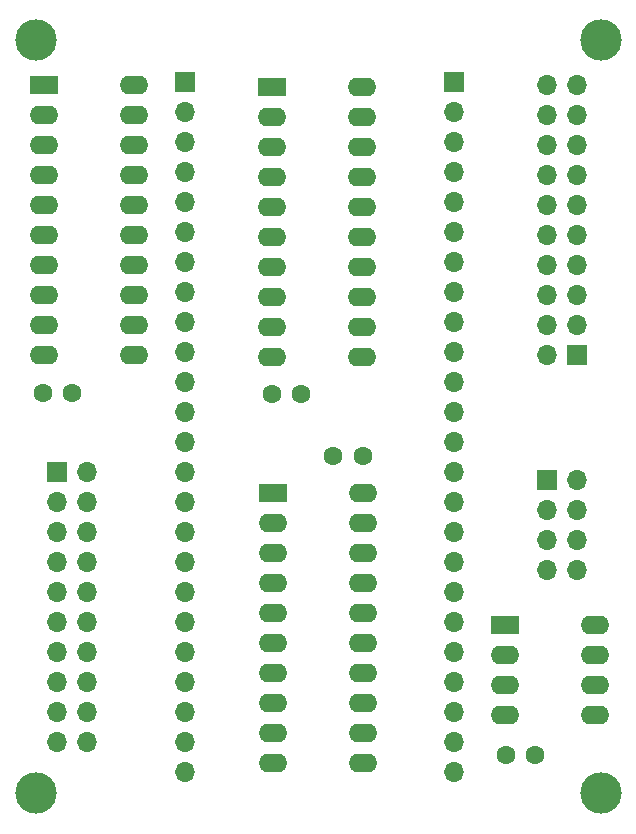
<source format=gbr>
%TF.GenerationSoftware,KiCad,Pcbnew,7.0.1*%
%TF.CreationDate,2023-06-01T10:42:52-07:00*%
%TF.ProjectId,tn_vdp_v2_board,746e5f76-6470-45f7-9632-5f626f617264,rev?*%
%TF.SameCoordinates,Original*%
%TF.FileFunction,Soldermask,Top*%
%TF.FilePolarity,Negative*%
%FSLAX46Y46*%
G04 Gerber Fmt 4.6, Leading zero omitted, Abs format (unit mm)*
G04 Created by KiCad (PCBNEW 7.0.1) date 2023-06-01 10:42:52*
%MOMM*%
%LPD*%
G01*
G04 APERTURE LIST*
%ADD10R,2.400000X1.600000*%
%ADD11O,2.400000X1.600000*%
%ADD12R,1.700000X1.700000*%
%ADD13O,1.700000X1.700000*%
%ADD14C,1.600000*%
%ADD15C,3.500000*%
G04 APERTURE END LIST*
D10*
%TO.C,U3*%
X138337000Y-50800000D03*
D11*
X138337000Y-53340000D03*
X138337000Y-55880000D03*
X138337000Y-58420000D03*
X138337000Y-60960000D03*
X138337000Y-63500000D03*
X138337000Y-66040000D03*
X138337000Y-68580000D03*
X138337000Y-71120000D03*
X138337000Y-73660000D03*
X145957000Y-73660000D03*
X145957000Y-71120000D03*
X145957000Y-68580000D03*
X145957000Y-66040000D03*
X145957000Y-63500000D03*
X145957000Y-60960000D03*
X145957000Y-58420000D03*
X145957000Y-55880000D03*
X145957000Y-53340000D03*
X145957000Y-50800000D03*
%TD*%
D12*
%TO.C,J2*%
X183525000Y-73660000D03*
D13*
X180985000Y-73660000D03*
X183525000Y-71120000D03*
X180985000Y-71120000D03*
X183525000Y-68580000D03*
X180985000Y-68580000D03*
X183525000Y-66040000D03*
X180985000Y-66040000D03*
X183525000Y-63500000D03*
X180985000Y-63500000D03*
X183525000Y-60960000D03*
X180985000Y-60960000D03*
X183525000Y-58420000D03*
X180985000Y-58420000D03*
X183525000Y-55880000D03*
X180985000Y-55880000D03*
X183525000Y-53340000D03*
X180985000Y-53340000D03*
X183525000Y-50800000D03*
X180985000Y-50800000D03*
%TD*%
D12*
%TO.C,J3*%
X150261100Y-50535000D03*
D13*
X150261100Y-53075000D03*
X150261100Y-55615000D03*
X150261100Y-58155000D03*
X150261100Y-60695000D03*
X150261100Y-63235000D03*
X150261100Y-65775000D03*
X150261100Y-68315000D03*
X150261100Y-70855000D03*
X150261100Y-73395000D03*
X150261100Y-75935000D03*
X150261100Y-78475000D03*
X150261100Y-81015000D03*
X150261100Y-83555000D03*
X150261100Y-86095000D03*
X150261100Y-88635000D03*
X150261100Y-91175000D03*
X150261100Y-93715000D03*
X150261100Y-96255000D03*
X150261100Y-98795000D03*
X150261100Y-101335000D03*
X150261100Y-103875000D03*
X150261100Y-106415000D03*
X150261100Y-108955000D03*
%TD*%
D14*
%TO.C,C2*%
X160124000Y-76951000D03*
X157624000Y-76951000D03*
%TD*%
D15*
%TO.C,H1*%
X137668000Y-46990000D03*
%TD*%
D14*
%TO.C,C4*%
X179955000Y-107500000D03*
X177455000Y-107500000D03*
%TD*%
%TO.C,C1*%
X140750000Y-76835000D03*
X138250000Y-76835000D03*
%TD*%
D10*
%TO.C,U4*%
X177425000Y-96450000D03*
D11*
X177425000Y-98990000D03*
X177425000Y-101530000D03*
X177425000Y-104070000D03*
X185045000Y-104070000D03*
X185045000Y-101530000D03*
X185045000Y-98990000D03*
X185045000Y-96450000D03*
%TD*%
D14*
%TO.C,C3*%
X165331000Y-82158000D03*
X162831000Y-82158000D03*
%TD*%
D15*
%TO.C,H3*%
X137668000Y-110744000D03*
%TD*%
D12*
%TO.C,J7*%
X180960000Y-84170000D03*
D13*
X183500000Y-84170000D03*
X180960000Y-86710000D03*
X183500000Y-86710000D03*
X180960000Y-89250000D03*
X183500000Y-89250000D03*
X180960000Y-91790000D03*
X183500000Y-91790000D03*
%TD*%
D15*
%TO.C,H4*%
X185500000Y-110744000D03*
%TD*%
D12*
%TO.C,J4*%
X173078000Y-50535000D03*
D13*
X173078000Y-53075000D03*
X173078000Y-55615000D03*
X173078000Y-58155000D03*
X173078000Y-60695000D03*
X173078000Y-63235000D03*
X173078000Y-65775000D03*
X173078000Y-68315000D03*
X173078000Y-70855000D03*
X173078000Y-73395000D03*
X173078000Y-75935000D03*
X173078000Y-78475000D03*
X173078000Y-81015000D03*
X173078000Y-83555000D03*
X173078000Y-86095000D03*
X173078000Y-88635000D03*
X173078000Y-91175000D03*
X173078000Y-93715000D03*
X173078000Y-96255000D03*
X173078000Y-98795000D03*
X173078000Y-101335000D03*
X173078000Y-103875000D03*
X173078000Y-106415000D03*
X173078000Y-108955000D03*
%TD*%
D10*
%TO.C,U2*%
X157670200Y-50946400D03*
D11*
X157670200Y-53486400D03*
X157670200Y-56026400D03*
X157670200Y-58566400D03*
X157670200Y-61106400D03*
X157670200Y-63646400D03*
X157670200Y-66186400D03*
X157670200Y-68726400D03*
X157670200Y-71266400D03*
X157670200Y-73806400D03*
X165290200Y-73806400D03*
X165290200Y-71266400D03*
X165290200Y-68726400D03*
X165290200Y-66186400D03*
X165290200Y-63646400D03*
X165290200Y-61106400D03*
X165290200Y-58566400D03*
X165290200Y-56026400D03*
X165290200Y-53486400D03*
X165290200Y-50946400D03*
%TD*%
D15*
%TO.C,H2*%
X185500000Y-46990000D03*
%TD*%
D10*
%TO.C,U1*%
X157711000Y-85333000D03*
D11*
X157711000Y-87873000D03*
X157711000Y-90413000D03*
X157711000Y-92953000D03*
X157711000Y-95493000D03*
X157711000Y-98033000D03*
X157711000Y-100573000D03*
X157711000Y-103113000D03*
X157711000Y-105653000D03*
X157711000Y-108193000D03*
X165331000Y-108193000D03*
X165331000Y-105653000D03*
X165331000Y-103113000D03*
X165331000Y-100573000D03*
X165331000Y-98033000D03*
X165331000Y-95493000D03*
X165331000Y-92953000D03*
X165331000Y-90413000D03*
X165331000Y-87873000D03*
X165331000Y-85333000D03*
%TD*%
D12*
%TO.C,J1*%
X139460000Y-83540000D03*
D13*
X142000000Y-83540000D03*
X139460000Y-86080000D03*
X142000000Y-86080000D03*
X139460000Y-88620000D03*
X142000000Y-88620000D03*
X139460000Y-91160000D03*
X142000000Y-91160000D03*
X139460000Y-93700000D03*
X142000000Y-93700000D03*
X139460000Y-96240000D03*
X142000000Y-96240000D03*
X139460000Y-98780000D03*
X142000000Y-98780000D03*
X139460000Y-101320000D03*
X142000000Y-101320000D03*
X139460000Y-103860000D03*
X142000000Y-103860000D03*
X139460000Y-106400000D03*
X142000000Y-106400000D03*
%TD*%
M02*

</source>
